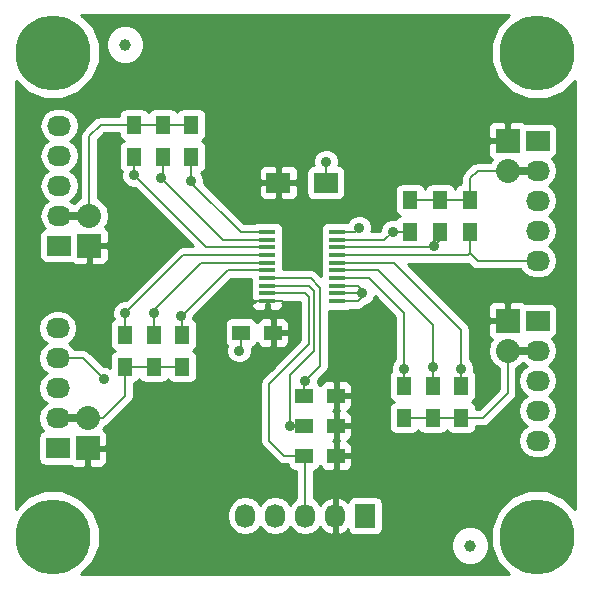
<source format=gtl>
G04 #@! TF.FileFunction,Copper,L1,Top,Signal*
%FSLAX46Y46*%
G04 Gerber Fmt 4.6, Leading zero omitted, Abs format (unit mm)*
G04 Created by KiCad (PCBNEW (after 2015-mar-04 BZR unknown)-product) date 11/26/2015 10:37:44 PM*
%MOMM*%
G01*
G04 APERTURE LIST*
%ADD10C,0.150000*%
%ADD11C,1.000000*%
%ADD12R,1.500000X1.300000*%
%ADD13R,1.300000X1.500000*%
%ADD14C,6.350000*%
%ADD15R,2.032000X1.727200*%
%ADD16O,2.032000X1.727200*%
%ADD17R,1.727200X2.032000*%
%ADD18O,1.727200X2.032000*%
%ADD19R,1.450000X0.450000*%
%ADD20R,2.032000X2.032000*%
%ADD21O,2.032000X2.032000*%
%ADD22R,2.000000X1.700000*%
%ADD23C,0.889000*%
%ADD24C,0.203200*%
%ADD25C,0.635000*%
%ADD26C,0.254000*%
G04 APERTURE END LIST*
D10*
D11*
X194310000Y-125730000D03*
X165100000Y-83312000D03*
D12*
X182960000Y-113030000D03*
X180260000Y-113030000D03*
X182960000Y-115570000D03*
X180260000Y-115570000D03*
X182960000Y-118110000D03*
X180260000Y-118110000D03*
D13*
X188722000Y-114888000D03*
X188722000Y-112188000D03*
X194310000Y-96440000D03*
X194310000Y-99140000D03*
X170688000Y-90090000D03*
X170688000Y-92790000D03*
X165100000Y-110570000D03*
X165100000Y-107870000D03*
X193548000Y-114888000D03*
X193548000Y-112188000D03*
X189230000Y-96440000D03*
X189230000Y-99140000D03*
X165862000Y-90090000D03*
X165862000Y-92790000D03*
X169926000Y-110570000D03*
X169926000Y-107870000D03*
X191135000Y-114888000D03*
X191135000Y-112188000D03*
D14*
X159000000Y-84000000D03*
X200000000Y-84000000D03*
X159000000Y-125000000D03*
X200000000Y-125000000D03*
D15*
X200025000Y-106680000D03*
D16*
X200025000Y-109220000D03*
X200025000Y-111760000D03*
X200025000Y-114300000D03*
X200025000Y-116840000D03*
D15*
X200025000Y-91440000D03*
D16*
X200025000Y-93980000D03*
X200025000Y-96520000D03*
X200025000Y-99060000D03*
X200025000Y-101600000D03*
D15*
X159512000Y-100330000D03*
D16*
X159512000Y-97790000D03*
X159512000Y-95250000D03*
X159512000Y-92710000D03*
X159512000Y-90170000D03*
D15*
X159385000Y-117475000D03*
D16*
X159385000Y-114935000D03*
X159385000Y-112395000D03*
X159385000Y-109855000D03*
X159385000Y-107315000D03*
D13*
X191770000Y-96440000D03*
X191770000Y-99140000D03*
X168275000Y-90090000D03*
X168275000Y-92790000D03*
X167513000Y-110570000D03*
X167513000Y-107870000D03*
D17*
X185420000Y-123190000D03*
D18*
X182880000Y-123190000D03*
X180340000Y-123190000D03*
X177800000Y-123190000D03*
X175260000Y-123190000D03*
D19*
X183036000Y-105033000D03*
X183036000Y-104383000D03*
X183036000Y-103733000D03*
X183036000Y-103083000D03*
X183036000Y-102433000D03*
X183036000Y-101783000D03*
X183036000Y-101133000D03*
X183036000Y-100483000D03*
X183036000Y-99833000D03*
X183036000Y-99183000D03*
X177136000Y-99183000D03*
X177136000Y-99833000D03*
X177136000Y-100483000D03*
X177136000Y-101133000D03*
X177136000Y-101783000D03*
X177136000Y-102433000D03*
X177136000Y-103083000D03*
X177136000Y-103733000D03*
X177136000Y-104383000D03*
X177136000Y-105033000D03*
D20*
X197485000Y-106680000D03*
D21*
X197485000Y-109220000D03*
D20*
X197485000Y-91440000D03*
D21*
X197485000Y-93980000D03*
D20*
X162052000Y-100330000D03*
D21*
X162052000Y-97790000D03*
D20*
X161925000Y-117475000D03*
D21*
X161925000Y-114935000D03*
D12*
X177626000Y-107696000D03*
X174926000Y-107696000D03*
D22*
X178086000Y-94996000D03*
X182086000Y-94996000D03*
D23*
X182118000Y-93218000D03*
X174752000Y-109220000D03*
X185155000Y-104383000D03*
X184912000Y-98806000D03*
X180340000Y-111760000D03*
X188722000Y-110744000D03*
X170688000Y-94869000D03*
X165100000Y-106045000D03*
X179070000Y-115570000D03*
X191135000Y-110617000D03*
X193548000Y-110744000D03*
X191262000Y-100330000D03*
X187753000Y-99140000D03*
X168148000Y-94615000D03*
X165862000Y-94361000D03*
X167513000Y-106045000D03*
X163322000Y-111633000D03*
X169799000Y-106299000D03*
D24*
X193548000Y-114888000D02*
X195373000Y-114888000D01*
X197485000Y-112776000D02*
X197485000Y-109220000D01*
X195373000Y-114888000D02*
X197485000Y-112776000D01*
X193548000Y-114888000D02*
X191135000Y-114888000D01*
X188722000Y-114888000D02*
X191135000Y-114888000D01*
X197485000Y-109220000D02*
X196723000Y-109220000D01*
D25*
X197485000Y-109220000D02*
X200025000Y-109220000D01*
D24*
X189230000Y-96440000D02*
X191770000Y-96440000D01*
X191770000Y-96440000D02*
X194310000Y-96440000D01*
X197485000Y-93980000D02*
X194945000Y-93980000D01*
X194310000Y-94615000D02*
X194310000Y-96440000D01*
X194945000Y-93980000D02*
X194310000Y-94615000D01*
D25*
X197485000Y-93980000D02*
X200025000Y-93980000D01*
D24*
X162052000Y-97790000D02*
X162052000Y-91059000D01*
X163021000Y-90090000D02*
X165862000Y-90090000D01*
X162052000Y-91059000D02*
X163021000Y-90090000D01*
X168275000Y-90090000D02*
X170688000Y-90090000D01*
X165862000Y-90090000D02*
X168275000Y-90090000D01*
D25*
X159512000Y-97790000D02*
X162052000Y-97790000D01*
D24*
X167513000Y-110570000D02*
X169926000Y-110570000D01*
X165100000Y-110570000D02*
X167513000Y-110570000D01*
X161925000Y-114935000D02*
X163195000Y-114935000D01*
X165100000Y-113030000D02*
X165100000Y-110570000D01*
X163195000Y-114935000D02*
X165100000Y-113030000D01*
D25*
X159385000Y-114935000D02*
X161925000Y-114935000D01*
D24*
X182086000Y-94996000D02*
X182086000Y-93250000D01*
X182086000Y-93250000D02*
X182118000Y-93218000D01*
X174926000Y-107696000D02*
X174926000Y-109046000D01*
X174926000Y-109046000D02*
X174752000Y-109220000D01*
X184781000Y-105033000D02*
X185166000Y-104648000D01*
X185166000Y-104394000D02*
X185155000Y-104383000D01*
X185155000Y-104383000D02*
X183036000Y-104383000D01*
X183036000Y-105033000D02*
X184781000Y-105033000D01*
X184811000Y-103733000D02*
X185155000Y-104077000D01*
X185155000Y-104077000D02*
X185155000Y-104383000D01*
X183036000Y-103733000D02*
X184811000Y-103733000D01*
X185166000Y-104394000D02*
X185155000Y-104383000D01*
X185166000Y-104648000D02*
X185166000Y-104394000D01*
X184535000Y-99183000D02*
X184912000Y-98806000D01*
X183036000Y-99183000D02*
X184535000Y-99183000D01*
X180260000Y-113030000D02*
X180260000Y-111760000D01*
X180340000Y-111760000D02*
X180260000Y-111760000D01*
X180807000Y-103083000D02*
X181610000Y-103886000D01*
X181610000Y-103886000D02*
X181610000Y-110490000D01*
X181610000Y-110490000D02*
X180340000Y-111760000D01*
X177136000Y-103083000D02*
X180807000Y-103083000D01*
X183036000Y-103083000D02*
X185760000Y-103083000D01*
X188722000Y-106045000D02*
X188722000Y-110744000D01*
X188722000Y-110744000D02*
X188722000Y-112188000D01*
X185760000Y-103083000D02*
X188722000Y-106045000D01*
X200025000Y-101600000D02*
X194945000Y-101600000D01*
X194945000Y-101600000D02*
X194310000Y-100965000D01*
X194142000Y-101133000D02*
X194310000Y-100965000D01*
X194310000Y-100965000D02*
X194310000Y-99140000D01*
X183036000Y-101133000D02*
X194142000Y-101133000D01*
X170688000Y-92790000D02*
X170688000Y-94869000D01*
X177136000Y-99183000D02*
X174875000Y-99183000D01*
X170688000Y-94996000D02*
X170688000Y-92790000D01*
X174875000Y-99183000D02*
X170688000Y-94996000D01*
X177136000Y-101133000D02*
X170012000Y-101133000D01*
X170012000Y-101133000D02*
X165100000Y-106045000D01*
X165100000Y-106045000D02*
X165100000Y-107870000D01*
X182960000Y-115570000D02*
X182960000Y-113030000D01*
X182960000Y-118110000D02*
X182960000Y-115570000D01*
X182880000Y-123190000D02*
X182880000Y-118190000D01*
X182880000Y-118190000D02*
X182960000Y-118110000D01*
X175899000Y-105033000D02*
X175768000Y-104902000D01*
X177136000Y-105033000D02*
X175899000Y-105033000D01*
X178439000Y-105033000D02*
X178562000Y-105156000D01*
X177136000Y-105033000D02*
X178439000Y-105033000D01*
X180340000Y-123190000D02*
X180340000Y-118190000D01*
X180340000Y-118190000D02*
X180260000Y-118110000D01*
X177292000Y-116840000D02*
X178562000Y-118110000D01*
X178562000Y-118110000D02*
X180260000Y-118110000D01*
X180329000Y-104383000D02*
X180644798Y-104698798D01*
X180644798Y-104698798D02*
X180644798Y-108661202D01*
X180644798Y-108661202D02*
X177292000Y-112014000D01*
X177292000Y-112014000D02*
X177292000Y-116840000D01*
X177136000Y-104383000D02*
X180329000Y-104383000D01*
X180260000Y-115570000D02*
X179070000Y-115570000D01*
X179070000Y-115570000D02*
X179070000Y-111252000D01*
X180695000Y-103733000D02*
X181102000Y-104140000D01*
X181102000Y-104140000D02*
X181102000Y-109220000D01*
X181102000Y-109220000D02*
X179070000Y-111252000D01*
X177136000Y-103733000D02*
X180695000Y-103733000D01*
X183036000Y-102433000D02*
X186507000Y-102433000D01*
X191135000Y-107061000D02*
X191135000Y-110617000D01*
X191135000Y-110617000D02*
X191135000Y-112188000D01*
X186507000Y-102433000D02*
X191135000Y-107061000D01*
X183036000Y-101783000D02*
X187889000Y-101783000D01*
X193548000Y-107442000D02*
X193548000Y-110744000D01*
X193548000Y-110744000D02*
X193548000Y-112188000D01*
X187889000Y-101783000D02*
X193548000Y-107442000D01*
X191770000Y-99140000D02*
X191770000Y-99822000D01*
X191770000Y-99822000D02*
X191262000Y-100330000D01*
X183036000Y-100483000D02*
X191109000Y-100483000D01*
X191109000Y-100483000D02*
X191770000Y-99822000D01*
X189230000Y-99140000D02*
X187753000Y-99140000D01*
X183036000Y-99833000D02*
X187060000Y-99833000D01*
X187060000Y-99833000D02*
X187753000Y-99140000D01*
X177136000Y-99833000D02*
X173366000Y-99833000D01*
X173366000Y-99833000D02*
X168148000Y-94615000D01*
X168275000Y-94488000D02*
X168275000Y-92790000D01*
X168148000Y-94615000D02*
X168275000Y-94488000D01*
X177136000Y-100483000D02*
X171984000Y-100483000D01*
X171984000Y-100483000D02*
X165862000Y-94361000D01*
X165862000Y-94361000D02*
X165862000Y-92790000D01*
X165782000Y-92710000D02*
X165862000Y-92790000D01*
X167513000Y-107870000D02*
X167513000Y-106045000D01*
X177136000Y-101783000D02*
X171521000Y-101783000D01*
X167513000Y-105791000D02*
X167513000Y-107870000D01*
X171521000Y-101783000D02*
X167513000Y-105791000D01*
X169926000Y-107870000D02*
X169926000Y-106426000D01*
X161544000Y-109855000D02*
X159385000Y-109855000D01*
X163322000Y-111633000D02*
X161544000Y-109855000D01*
X169926000Y-106426000D02*
X169799000Y-106299000D01*
X177136000Y-102433000D02*
X173792000Y-102433000D01*
X169926000Y-106299000D02*
X169926000Y-107870000D01*
X173792000Y-102433000D02*
X169926000Y-106299000D01*
D26*
G36*
X203174500Y-122607421D02*
X202233043Y-121664320D01*
X201708345Y-121446446D01*
X201708345Y-116840000D01*
X201594271Y-116266511D01*
X201269415Y-115780330D01*
X200954634Y-115570000D01*
X201269415Y-115359670D01*
X201594271Y-114873489D01*
X201708345Y-114300000D01*
X201594271Y-113726511D01*
X201269415Y-113240330D01*
X200954634Y-113030000D01*
X201269415Y-112819670D01*
X201594271Y-112333489D01*
X201708345Y-111760000D01*
X201594271Y-111186511D01*
X201269415Y-110700330D01*
X200954634Y-110490000D01*
X201269415Y-110279670D01*
X201594271Y-109793489D01*
X201708345Y-109220000D01*
X201594271Y-108646511D01*
X201269415Y-108160330D01*
X201253632Y-108149784D01*
X201283123Y-108144063D01*
X201495927Y-108004273D01*
X201638377Y-107793240D01*
X201688440Y-107543600D01*
X201688440Y-105816400D01*
X201641463Y-105574277D01*
X201501673Y-105361473D01*
X201290640Y-105219023D01*
X201041000Y-105168960D01*
X199009000Y-105168960D01*
X198921049Y-105186024D01*
X198860698Y-105125673D01*
X198627309Y-105029000D01*
X197770750Y-105029000D01*
X197612000Y-105187750D01*
X197612000Y-106553000D01*
X197632000Y-106553000D01*
X197632000Y-106807000D01*
X197612000Y-106807000D01*
X197612000Y-106827000D01*
X197358000Y-106827000D01*
X197358000Y-106807000D01*
X197358000Y-106553000D01*
X197358000Y-105187750D01*
X197199250Y-105029000D01*
X196342691Y-105029000D01*
X196109302Y-105125673D01*
X195930673Y-105304301D01*
X195834000Y-105537690D01*
X195834000Y-105790309D01*
X195834000Y-106394250D01*
X195992750Y-106553000D01*
X197358000Y-106553000D01*
X197358000Y-106807000D01*
X195992750Y-106807000D01*
X195834000Y-106965750D01*
X195834000Y-107569691D01*
X195834000Y-107822310D01*
X195930673Y-108055699D01*
X196109302Y-108234327D01*
X196151965Y-108251998D01*
X195927330Y-108588190D01*
X195801655Y-109220000D01*
X195927330Y-109851810D01*
X196285222Y-110387433D01*
X196748400Y-110696918D01*
X196748400Y-112470890D01*
X195067890Y-114151400D01*
X194845440Y-114151400D01*
X194845440Y-114138000D01*
X194798463Y-113895877D01*
X194658673Y-113683073D01*
X194447640Y-113540623D01*
X194438469Y-113538783D01*
X194440123Y-113538463D01*
X194652927Y-113398673D01*
X194795377Y-113187640D01*
X194845440Y-112938000D01*
X194845440Y-111438000D01*
X194798463Y-111195877D01*
X194658673Y-110983073D01*
X194626587Y-110961414D01*
X194627313Y-110959668D01*
X194627687Y-110530216D01*
X194463689Y-110133311D01*
X194284600Y-109953909D01*
X194284600Y-107442005D01*
X194284600Y-107442000D01*
X194284601Y-107442000D01*
X194237832Y-107206883D01*
X194228530Y-107160116D01*
X194228530Y-107160115D01*
X194068855Y-106921145D01*
X189017310Y-101869600D01*
X194142000Y-101869600D01*
X194167765Y-101864475D01*
X194424145Y-102120855D01*
X194663115Y-102280530D01*
X194663116Y-102280530D01*
X194945000Y-102336600D01*
X198564716Y-102336600D01*
X198780585Y-102659670D01*
X199266766Y-102984526D01*
X199840255Y-103098600D01*
X200209745Y-103098600D01*
X200783234Y-102984526D01*
X201269415Y-102659670D01*
X201594271Y-102173489D01*
X201708345Y-101600000D01*
X201594271Y-101026511D01*
X201269415Y-100540330D01*
X200954634Y-100330000D01*
X201269415Y-100119670D01*
X201594271Y-99633489D01*
X201708345Y-99060000D01*
X201594271Y-98486511D01*
X201269415Y-98000330D01*
X200954634Y-97790000D01*
X201269415Y-97579670D01*
X201594271Y-97093489D01*
X201708345Y-96520000D01*
X201594271Y-95946511D01*
X201269415Y-95460330D01*
X200954634Y-95250000D01*
X201269415Y-95039670D01*
X201594271Y-94553489D01*
X201708345Y-93980000D01*
X201594271Y-93406511D01*
X201269415Y-92920330D01*
X201253632Y-92909784D01*
X201283123Y-92904063D01*
X201495927Y-92764273D01*
X201638377Y-92553240D01*
X201688440Y-92303600D01*
X201688440Y-90576400D01*
X201641463Y-90334277D01*
X201501673Y-90121473D01*
X201290640Y-89979023D01*
X201041000Y-89928960D01*
X199009000Y-89928960D01*
X198921049Y-89946024D01*
X198860698Y-89885673D01*
X198627309Y-89789000D01*
X197770750Y-89789000D01*
X197612000Y-89947750D01*
X197612000Y-91313000D01*
X197632000Y-91313000D01*
X197632000Y-91567000D01*
X197612000Y-91567000D01*
X197612000Y-91587000D01*
X197358000Y-91587000D01*
X197358000Y-91567000D01*
X197358000Y-91313000D01*
X197358000Y-89947750D01*
X197199250Y-89789000D01*
X196342691Y-89789000D01*
X196109302Y-89885673D01*
X195930673Y-90064301D01*
X195834000Y-90297690D01*
X195834000Y-90550309D01*
X195834000Y-91154250D01*
X195992750Y-91313000D01*
X197358000Y-91313000D01*
X197358000Y-91567000D01*
X195992750Y-91567000D01*
X195834000Y-91725750D01*
X195834000Y-92329691D01*
X195834000Y-92582310D01*
X195930673Y-92815699D01*
X196109302Y-92994327D01*
X196151965Y-93011998D01*
X195997348Y-93243400D01*
X194945000Y-93243400D01*
X194663115Y-93299470D01*
X194424145Y-93459145D01*
X193789145Y-94094145D01*
X193629470Y-94333115D01*
X193573400Y-94615000D01*
X193573400Y-95059362D01*
X193417877Y-95089537D01*
X193205073Y-95229327D01*
X193062623Y-95440360D01*
X193040453Y-95550909D01*
X193020463Y-95447877D01*
X192880673Y-95235073D01*
X192669640Y-95092623D01*
X192420000Y-95042560D01*
X191120000Y-95042560D01*
X190877877Y-95089537D01*
X190665073Y-95229327D01*
X190522623Y-95440360D01*
X190500453Y-95550909D01*
X190480463Y-95447877D01*
X190340673Y-95235073D01*
X190129640Y-95092623D01*
X189880000Y-95042560D01*
X188580000Y-95042560D01*
X188337877Y-95089537D01*
X188125073Y-95229327D01*
X187982623Y-95440360D01*
X187932560Y-95690000D01*
X187932560Y-97190000D01*
X187979537Y-97432123D01*
X188119327Y-97644927D01*
X188330360Y-97787377D01*
X188339530Y-97789216D01*
X188337877Y-97789537D01*
X188125073Y-97929327D01*
X188021574Y-98082655D01*
X187968668Y-98060687D01*
X187539216Y-98060313D01*
X187142311Y-98224311D01*
X186838378Y-98527714D01*
X186673687Y-98924332D01*
X186673537Y-99096400D01*
X185960281Y-99096400D01*
X185991313Y-99021668D01*
X185991687Y-98592216D01*
X185827689Y-98195311D01*
X185524286Y-97891378D01*
X185127668Y-97726687D01*
X184698216Y-97726313D01*
X184301311Y-97890311D01*
X183997378Y-98193714D01*
X183934418Y-98345337D01*
X183761000Y-98310560D01*
X183733440Y-98310560D01*
X183733440Y-95846000D01*
X183733440Y-94146000D01*
X183686463Y-93903877D01*
X183546673Y-93691073D01*
X183335640Y-93548623D01*
X183163881Y-93514178D01*
X183197313Y-93433668D01*
X183197687Y-93004216D01*
X183033689Y-92607311D01*
X182730286Y-92303378D01*
X182333668Y-92138687D01*
X181904216Y-92138313D01*
X181507311Y-92302311D01*
X181203378Y-92605714D01*
X181038687Y-93002332D01*
X181038313Y-93431784D01*
X181067395Y-93502169D01*
X180843877Y-93545537D01*
X180631073Y-93685327D01*
X180488623Y-93896360D01*
X180438560Y-94146000D01*
X180438560Y-95846000D01*
X180485537Y-96088123D01*
X180625327Y-96300927D01*
X180836360Y-96443377D01*
X181086000Y-96493440D01*
X183086000Y-96493440D01*
X183328123Y-96446463D01*
X183540927Y-96306673D01*
X183683377Y-96095640D01*
X183733440Y-95846000D01*
X183733440Y-98310560D01*
X182311000Y-98310560D01*
X182068877Y-98357537D01*
X181856073Y-98497327D01*
X181713623Y-98708360D01*
X181663560Y-98958000D01*
X181663560Y-99408000D01*
X181683282Y-99509652D01*
X181663560Y-99608000D01*
X181663560Y-100058000D01*
X181683282Y-100159652D01*
X181663560Y-100258000D01*
X181663560Y-100708000D01*
X181683282Y-100809652D01*
X181663560Y-100908000D01*
X181663560Y-101358000D01*
X181683282Y-101459652D01*
X181663560Y-101558000D01*
X181663560Y-102008000D01*
X181683282Y-102109652D01*
X181663560Y-102208000D01*
X181663560Y-102658000D01*
X181683282Y-102759652D01*
X181663560Y-102858000D01*
X181663560Y-102897850D01*
X181327855Y-102562145D01*
X181088885Y-102402470D01*
X180807000Y-102346400D01*
X179721000Y-102346400D01*
X179721000Y-95972310D01*
X179721000Y-95719691D01*
X179721000Y-95281750D01*
X179721000Y-94710250D01*
X179721000Y-94272309D01*
X179721000Y-94019690D01*
X179624327Y-93786301D01*
X179445698Y-93607673D01*
X179212309Y-93511000D01*
X178371750Y-93511000D01*
X178213000Y-93669750D01*
X178213000Y-94869000D01*
X179562250Y-94869000D01*
X179721000Y-94710250D01*
X179721000Y-95281750D01*
X179562250Y-95123000D01*
X178213000Y-95123000D01*
X178213000Y-96322250D01*
X178371750Y-96481000D01*
X179212309Y-96481000D01*
X179445698Y-96384327D01*
X179624327Y-96205699D01*
X179721000Y-95972310D01*
X179721000Y-102346400D01*
X178508440Y-102346400D01*
X178508440Y-102208000D01*
X178488717Y-102106347D01*
X178508440Y-102008000D01*
X178508440Y-101558000D01*
X178488717Y-101456347D01*
X178508440Y-101358000D01*
X178508440Y-100908000D01*
X178488717Y-100806347D01*
X178508440Y-100708000D01*
X178508440Y-100258000D01*
X178488717Y-100156347D01*
X178508440Y-100058000D01*
X178508440Y-99608000D01*
X178488717Y-99506347D01*
X178508440Y-99408000D01*
X178508440Y-98958000D01*
X178461463Y-98715877D01*
X178321673Y-98503073D01*
X178110640Y-98360623D01*
X177959000Y-98330212D01*
X177959000Y-96322250D01*
X177959000Y-95123000D01*
X177959000Y-94869000D01*
X177959000Y-93669750D01*
X177800250Y-93511000D01*
X176959691Y-93511000D01*
X176726302Y-93607673D01*
X176547673Y-93786301D01*
X176451000Y-94019690D01*
X176451000Y-94272309D01*
X176451000Y-94710250D01*
X176609750Y-94869000D01*
X177959000Y-94869000D01*
X177959000Y-95123000D01*
X176609750Y-95123000D01*
X176451000Y-95281750D01*
X176451000Y-95719691D01*
X176451000Y-95972310D01*
X176547673Y-96205699D01*
X176726302Y-96384327D01*
X176959691Y-96481000D01*
X177800250Y-96481000D01*
X177959000Y-96322250D01*
X177959000Y-98330212D01*
X177861000Y-98310560D01*
X176411000Y-98310560D01*
X176168877Y-98357537D01*
X176033599Y-98446400D01*
X175180109Y-98446400D01*
X171767357Y-95033647D01*
X171767687Y-94655216D01*
X171603689Y-94258311D01*
X171501311Y-94155754D01*
X171580123Y-94140463D01*
X171792927Y-94000673D01*
X171935377Y-93789640D01*
X171985440Y-93540000D01*
X171985440Y-92040000D01*
X171938463Y-91797877D01*
X171798673Y-91585073D01*
X171587640Y-91442623D01*
X171578469Y-91440783D01*
X171580123Y-91440463D01*
X171792927Y-91300673D01*
X171935377Y-91089640D01*
X171985440Y-90840000D01*
X171985440Y-89340000D01*
X171938463Y-89097877D01*
X171798673Y-88885073D01*
X171587640Y-88742623D01*
X171338000Y-88692560D01*
X170038000Y-88692560D01*
X169795877Y-88739537D01*
X169583073Y-88879327D01*
X169481117Y-89030369D01*
X169385673Y-88885073D01*
X169174640Y-88742623D01*
X168925000Y-88692560D01*
X167625000Y-88692560D01*
X167382877Y-88739537D01*
X167170073Y-88879327D01*
X167068117Y-89030369D01*
X166972673Y-88885073D01*
X166761640Y-88742623D01*
X166727282Y-88735732D01*
X166727282Y-82989789D01*
X166480108Y-82391582D01*
X166022825Y-81933501D01*
X165425050Y-81685283D01*
X164777789Y-81684718D01*
X164179582Y-81931892D01*
X163721501Y-82389175D01*
X163473283Y-82986950D01*
X163472718Y-83634211D01*
X163719892Y-84232418D01*
X164177175Y-84690499D01*
X164774950Y-84938717D01*
X165422211Y-84939282D01*
X166020418Y-84692108D01*
X166478499Y-84234825D01*
X166726717Y-83637050D01*
X166727282Y-82989789D01*
X166727282Y-88735732D01*
X166512000Y-88692560D01*
X165212000Y-88692560D01*
X164969877Y-88739537D01*
X164757073Y-88879327D01*
X164614623Y-89090360D01*
X164564560Y-89340000D01*
X164564560Y-89353400D01*
X163021000Y-89353400D01*
X162739115Y-89409470D01*
X162500145Y-89569145D01*
X161531145Y-90538145D01*
X161371470Y-90777115D01*
X161315400Y-91059000D01*
X161315400Y-96313081D01*
X160852222Y-96622567D01*
X160768316Y-96748141D01*
X160756415Y-96730330D01*
X160441634Y-96520000D01*
X160756415Y-96309670D01*
X161081271Y-95823489D01*
X161195345Y-95250000D01*
X161081271Y-94676511D01*
X160756415Y-94190330D01*
X160441634Y-93980000D01*
X160756415Y-93769670D01*
X161081271Y-93283489D01*
X161195345Y-92710000D01*
X161081271Y-92136511D01*
X160756415Y-91650330D01*
X160441634Y-91440000D01*
X160756415Y-91229670D01*
X161081271Y-90743489D01*
X161195345Y-90170000D01*
X161081271Y-89596511D01*
X160756415Y-89110330D01*
X160270234Y-88785474D01*
X159696745Y-88671400D01*
X159327255Y-88671400D01*
X158753766Y-88785474D01*
X158267585Y-89110330D01*
X157942729Y-89596511D01*
X157828655Y-90170000D01*
X157942729Y-90743489D01*
X158267585Y-91229670D01*
X158582365Y-91440000D01*
X158267585Y-91650330D01*
X157942729Y-92136511D01*
X157828655Y-92710000D01*
X157942729Y-93283489D01*
X158267585Y-93769670D01*
X158582365Y-93980000D01*
X158267585Y-94190330D01*
X157942729Y-94676511D01*
X157828655Y-95250000D01*
X157942729Y-95823489D01*
X158267585Y-96309670D01*
X158582365Y-96520000D01*
X158267585Y-96730330D01*
X157942729Y-97216511D01*
X157828655Y-97790000D01*
X157942729Y-98363489D01*
X158267585Y-98849670D01*
X158283367Y-98860215D01*
X158253877Y-98865937D01*
X158041073Y-99005727D01*
X157898623Y-99216760D01*
X157848560Y-99466400D01*
X157848560Y-101193600D01*
X157895537Y-101435723D01*
X158035327Y-101648527D01*
X158246360Y-101790977D01*
X158496000Y-101841040D01*
X160528000Y-101841040D01*
X160615950Y-101823975D01*
X160676302Y-101884327D01*
X160909691Y-101981000D01*
X161766250Y-101981000D01*
X161925000Y-101822250D01*
X161925000Y-100457000D01*
X161905000Y-100457000D01*
X161905000Y-100203000D01*
X161925000Y-100203000D01*
X161925000Y-100183000D01*
X162179000Y-100183000D01*
X162179000Y-100203000D01*
X163544250Y-100203000D01*
X163703000Y-100044250D01*
X163703000Y-99440309D01*
X163703000Y-99187690D01*
X163606327Y-98954301D01*
X163427698Y-98775673D01*
X163385034Y-98758001D01*
X163609670Y-98421810D01*
X163735345Y-97790000D01*
X163609670Y-97158190D01*
X163251778Y-96622567D01*
X162788600Y-96313081D01*
X162788600Y-91364110D01*
X163326110Y-90826600D01*
X164564560Y-90826600D01*
X164564560Y-90840000D01*
X164611537Y-91082123D01*
X164751327Y-91294927D01*
X164962360Y-91437377D01*
X164971530Y-91439216D01*
X164969877Y-91439537D01*
X164757073Y-91579327D01*
X164614623Y-91790360D01*
X164564560Y-92040000D01*
X164564560Y-93540000D01*
X164611537Y-93782123D01*
X164751327Y-93994927D01*
X164824602Y-94044388D01*
X164782687Y-94145332D01*
X164782313Y-94574784D01*
X164946311Y-94971689D01*
X165249714Y-95275622D01*
X165646332Y-95440313D01*
X165899823Y-95440533D01*
X170855689Y-100396400D01*
X170012000Y-100396400D01*
X169730115Y-100452470D01*
X169491145Y-100612145D01*
X165137757Y-104965532D01*
X164886216Y-104965313D01*
X164489311Y-105129311D01*
X164185378Y-105432714D01*
X164020687Y-105829332D01*
X164020313Y-106258784D01*
X164145094Y-106560778D01*
X163995073Y-106659327D01*
X163852623Y-106870360D01*
X163802560Y-107120000D01*
X163802560Y-108620000D01*
X163849537Y-108862123D01*
X163989327Y-109074927D01*
X164200360Y-109217377D01*
X164209530Y-109219216D01*
X164207877Y-109219537D01*
X163995073Y-109359327D01*
X163852623Y-109570360D01*
X163802560Y-109820000D01*
X163802560Y-110663680D01*
X163703000Y-110622338D01*
X163703000Y-101472310D01*
X163703000Y-101219691D01*
X163703000Y-100615750D01*
X163544250Y-100457000D01*
X162179000Y-100457000D01*
X162179000Y-101822250D01*
X162337750Y-101981000D01*
X163194309Y-101981000D01*
X163427698Y-101884327D01*
X163606327Y-101705699D01*
X163703000Y-101472310D01*
X163703000Y-110622338D01*
X163537668Y-110553687D01*
X163284176Y-110553466D01*
X162064855Y-109334145D01*
X161825885Y-109174470D01*
X161544000Y-109118400D01*
X160845283Y-109118400D01*
X160629415Y-108795330D01*
X160314634Y-108585000D01*
X160629415Y-108374670D01*
X160954271Y-107888489D01*
X161068345Y-107315000D01*
X160954271Y-106741511D01*
X160629415Y-106255330D01*
X160143234Y-105930474D01*
X159569745Y-105816400D01*
X159200255Y-105816400D01*
X158626766Y-105930474D01*
X158140585Y-106255330D01*
X157815729Y-106741511D01*
X157701655Y-107315000D01*
X157815729Y-107888489D01*
X158140585Y-108374670D01*
X158455365Y-108585000D01*
X158140585Y-108795330D01*
X157815729Y-109281511D01*
X157701655Y-109855000D01*
X157815729Y-110428489D01*
X158140585Y-110914670D01*
X158455365Y-111125000D01*
X158140585Y-111335330D01*
X157815729Y-111821511D01*
X157701655Y-112395000D01*
X157815729Y-112968489D01*
X158140585Y-113454670D01*
X158455365Y-113665000D01*
X158140585Y-113875330D01*
X157815729Y-114361511D01*
X157701655Y-114935000D01*
X157815729Y-115508489D01*
X158140585Y-115994670D01*
X158156367Y-116005215D01*
X158126877Y-116010937D01*
X157914073Y-116150727D01*
X157771623Y-116361760D01*
X157721560Y-116611400D01*
X157721560Y-118338600D01*
X157768537Y-118580723D01*
X157908327Y-118793527D01*
X158119360Y-118935977D01*
X158369000Y-118986040D01*
X160401000Y-118986040D01*
X160488950Y-118968975D01*
X160549302Y-119029327D01*
X160782691Y-119126000D01*
X161639250Y-119126000D01*
X161798000Y-118967250D01*
X161798000Y-117602000D01*
X161778000Y-117602000D01*
X161778000Y-117348000D01*
X161798000Y-117348000D01*
X161798000Y-117328000D01*
X162052000Y-117328000D01*
X162052000Y-117348000D01*
X163417250Y-117348000D01*
X163576000Y-117189250D01*
X163576000Y-116585309D01*
X163576000Y-116332690D01*
X163479327Y-116099301D01*
X163300698Y-115920673D01*
X163258034Y-115903001D01*
X163446013Y-115621670D01*
X163476885Y-115615530D01*
X163715855Y-115455855D01*
X165620855Y-113550855D01*
X165780530Y-113311885D01*
X165780530Y-113311884D01*
X165836600Y-113030000D01*
X165836600Y-111950637D01*
X165992123Y-111920463D01*
X166204927Y-111780673D01*
X166306882Y-111629630D01*
X166402327Y-111774927D01*
X166613360Y-111917377D01*
X166863000Y-111967440D01*
X168163000Y-111967440D01*
X168405123Y-111920463D01*
X168617927Y-111780673D01*
X168719882Y-111629630D01*
X168815327Y-111774927D01*
X169026360Y-111917377D01*
X169276000Y-111967440D01*
X170576000Y-111967440D01*
X170818123Y-111920463D01*
X171030927Y-111780673D01*
X171173377Y-111569640D01*
X171223440Y-111320000D01*
X171223440Y-109820000D01*
X171176463Y-109577877D01*
X171036673Y-109365073D01*
X170825640Y-109222623D01*
X170816469Y-109220783D01*
X170818123Y-109220463D01*
X171030927Y-109080673D01*
X171173377Y-108869640D01*
X171223440Y-108620000D01*
X171223440Y-107120000D01*
X171176463Y-106877877D01*
X171036673Y-106665073D01*
X170864201Y-106548652D01*
X170878313Y-106514668D01*
X170878423Y-106388286D01*
X174097110Y-103169600D01*
X175763560Y-103169600D01*
X175763560Y-103308000D01*
X175783282Y-103409652D01*
X175763560Y-103508000D01*
X175763560Y-103958000D01*
X175783282Y-104059652D01*
X175763560Y-104158000D01*
X175763560Y-104608000D01*
X175777264Y-104678636D01*
X175776000Y-104681690D01*
X175776000Y-104761750D01*
X175797577Y-104783327D01*
X175810537Y-104850123D01*
X175950327Y-105062927D01*
X176072655Y-105145500D01*
X175934750Y-105145500D01*
X175776000Y-105304250D01*
X175776000Y-105384310D01*
X175872673Y-105617699D01*
X176051302Y-105796327D01*
X176284691Y-105893000D01*
X176850250Y-105893000D01*
X177009000Y-105734250D01*
X177009000Y-105255440D01*
X177263000Y-105255440D01*
X177263000Y-105734250D01*
X177421750Y-105893000D01*
X177987309Y-105893000D01*
X178220698Y-105796327D01*
X178399327Y-105617699D01*
X178496000Y-105384310D01*
X178496000Y-105304250D01*
X178351752Y-105160002D01*
X178496000Y-105160002D01*
X178496000Y-105119600D01*
X179908198Y-105119600D01*
X179908198Y-108356092D01*
X179011000Y-109253290D01*
X179011000Y-108472310D01*
X179011000Y-108219691D01*
X179011000Y-107981750D01*
X179011000Y-107410250D01*
X179011000Y-107172309D01*
X179011000Y-106919690D01*
X178914327Y-106686301D01*
X178735698Y-106507673D01*
X178502309Y-106411000D01*
X177911750Y-106411000D01*
X177753000Y-106569750D01*
X177753000Y-107569000D01*
X178852250Y-107569000D01*
X179011000Y-107410250D01*
X179011000Y-107981750D01*
X178852250Y-107823000D01*
X177753000Y-107823000D01*
X177753000Y-108822250D01*
X177911750Y-108981000D01*
X178502309Y-108981000D01*
X178735698Y-108884327D01*
X178914327Y-108705699D01*
X179011000Y-108472310D01*
X179011000Y-109253290D01*
X177499000Y-110765290D01*
X177499000Y-108822250D01*
X177499000Y-107823000D01*
X177479000Y-107823000D01*
X177479000Y-107569000D01*
X177499000Y-107569000D01*
X177499000Y-106569750D01*
X177340250Y-106411000D01*
X176749691Y-106411000D01*
X176516302Y-106507673D01*
X176337673Y-106686301D01*
X176280453Y-106824442D01*
X176276463Y-106803877D01*
X176136673Y-106591073D01*
X175925640Y-106448623D01*
X175676000Y-106398560D01*
X174176000Y-106398560D01*
X173933877Y-106445537D01*
X173721073Y-106585327D01*
X173578623Y-106796360D01*
X173528560Y-107046000D01*
X173528560Y-108346000D01*
X173575537Y-108588123D01*
X173715327Y-108800927D01*
X173747992Y-108822976D01*
X173672687Y-109004332D01*
X173672313Y-109433784D01*
X173836311Y-109830689D01*
X174139714Y-110134622D01*
X174536332Y-110299313D01*
X174965784Y-110299687D01*
X175362689Y-110135689D01*
X175666622Y-109832286D01*
X175831313Y-109435668D01*
X175831687Y-109006216D01*
X175815245Y-108966423D01*
X175918123Y-108946463D01*
X176130927Y-108806673D01*
X176273377Y-108595640D01*
X176279479Y-108565208D01*
X176337673Y-108705699D01*
X176516302Y-108884327D01*
X176749691Y-108981000D01*
X177340250Y-108981000D01*
X177499000Y-108822250D01*
X177499000Y-110765290D01*
X176771145Y-111493145D01*
X176611470Y-111732115D01*
X176555400Y-112014000D01*
X176555400Y-116840000D01*
X176611470Y-117121885D01*
X176771145Y-117360855D01*
X178041145Y-118630855D01*
X178280115Y-118790530D01*
X178562000Y-118846600D01*
X178879362Y-118846600D01*
X178909537Y-119002123D01*
X179049327Y-119214927D01*
X179260360Y-119357377D01*
X179510000Y-119407440D01*
X179603400Y-119407440D01*
X179603400Y-121729716D01*
X179280330Y-121945585D01*
X179070000Y-122260365D01*
X178859670Y-121945585D01*
X178373489Y-121620729D01*
X177800000Y-121506655D01*
X177226511Y-121620729D01*
X176740330Y-121945585D01*
X176530000Y-122260365D01*
X176319670Y-121945585D01*
X175833489Y-121620729D01*
X175260000Y-121506655D01*
X174686511Y-121620729D01*
X174200330Y-121945585D01*
X173875474Y-122431766D01*
X173761400Y-123005255D01*
X173761400Y-123374745D01*
X173875474Y-123948234D01*
X174200330Y-124434415D01*
X174686511Y-124759271D01*
X175260000Y-124873345D01*
X175833489Y-124759271D01*
X176319670Y-124434415D01*
X176530000Y-124119634D01*
X176740330Y-124434415D01*
X177226511Y-124759271D01*
X177800000Y-124873345D01*
X178373489Y-124759271D01*
X178859670Y-124434415D01*
X179070000Y-124119634D01*
X179280330Y-124434415D01*
X179766511Y-124759271D01*
X180340000Y-124873345D01*
X180913489Y-124759271D01*
X181399670Y-124434415D01*
X181606460Y-124124930D01*
X181977964Y-124540732D01*
X182505209Y-124794709D01*
X182520974Y-124797358D01*
X182753000Y-124676217D01*
X182753000Y-123317000D01*
X182733000Y-123317000D01*
X182733000Y-123063000D01*
X182753000Y-123063000D01*
X182753000Y-121703783D01*
X182520974Y-121582642D01*
X182505209Y-121585291D01*
X181977964Y-121839268D01*
X181606460Y-122255069D01*
X181399670Y-121945585D01*
X181076600Y-121729716D01*
X181076600Y-119394518D01*
X181252123Y-119360463D01*
X181464927Y-119220673D01*
X181607377Y-119009640D01*
X181613479Y-118979208D01*
X181671673Y-119119699D01*
X181850302Y-119298327D01*
X182083691Y-119395000D01*
X182674250Y-119395000D01*
X182833000Y-119236250D01*
X182833000Y-118237000D01*
X182813000Y-118237000D01*
X182813000Y-117983000D01*
X182833000Y-117983000D01*
X182833000Y-116983750D01*
X182689250Y-116840000D01*
X182833000Y-116696250D01*
X182833000Y-115697000D01*
X182813000Y-115697000D01*
X182813000Y-115443000D01*
X182833000Y-115443000D01*
X182833000Y-114443750D01*
X182689250Y-114300000D01*
X182833000Y-114156250D01*
X182833000Y-113157000D01*
X182813000Y-113157000D01*
X182813000Y-112903000D01*
X182833000Y-112903000D01*
X182833000Y-111903750D01*
X182674250Y-111745000D01*
X182083691Y-111745000D01*
X181850302Y-111841673D01*
X181671673Y-112020301D01*
X181614453Y-112158442D01*
X181610463Y-112137877D01*
X181470673Y-111925073D01*
X181419387Y-111890454D01*
X181419533Y-111722176D01*
X182130855Y-111010855D01*
X182290530Y-110771885D01*
X182346600Y-110490000D01*
X182346600Y-105905440D01*
X183761000Y-105905440D01*
X184003123Y-105858463D01*
X184138400Y-105769600D01*
X184781000Y-105769600D01*
X185062885Y-105713530D01*
X185301855Y-105553855D01*
X185410090Y-105445619D01*
X185765689Y-105298689D01*
X186069622Y-104995286D01*
X186234208Y-104598918D01*
X187985400Y-106350110D01*
X187985400Y-109954002D01*
X187807378Y-110131714D01*
X187642687Y-110528332D01*
X187642313Y-110957784D01*
X187643275Y-110960114D01*
X187617073Y-110977327D01*
X187474623Y-111188360D01*
X187424560Y-111438000D01*
X187424560Y-112938000D01*
X187471537Y-113180123D01*
X187611327Y-113392927D01*
X187822360Y-113535377D01*
X187831530Y-113537216D01*
X187829877Y-113537537D01*
X187617073Y-113677327D01*
X187474623Y-113888360D01*
X187424560Y-114138000D01*
X187424560Y-115638000D01*
X187471537Y-115880123D01*
X187611327Y-116092927D01*
X187822360Y-116235377D01*
X188072000Y-116285440D01*
X189372000Y-116285440D01*
X189614123Y-116238463D01*
X189826927Y-116098673D01*
X189928882Y-115947630D01*
X190024327Y-116092927D01*
X190235360Y-116235377D01*
X190485000Y-116285440D01*
X191785000Y-116285440D01*
X192027123Y-116238463D01*
X192239927Y-116098673D01*
X192341882Y-115947630D01*
X192437327Y-116092927D01*
X192648360Y-116235377D01*
X192898000Y-116285440D01*
X194198000Y-116285440D01*
X194440123Y-116238463D01*
X194652927Y-116098673D01*
X194795377Y-115887640D01*
X194845440Y-115638000D01*
X194845440Y-115624600D01*
X195373000Y-115624600D01*
X195654885Y-115568530D01*
X195893855Y-115408855D01*
X198005855Y-113296855D01*
X198165530Y-113057885D01*
X198221600Y-112776000D01*
X198221600Y-110696918D01*
X198684778Y-110387433D01*
X198768683Y-110261858D01*
X198780585Y-110279670D01*
X199095365Y-110490000D01*
X198780585Y-110700330D01*
X198455729Y-111186511D01*
X198341655Y-111760000D01*
X198455729Y-112333489D01*
X198780585Y-112819670D01*
X199095365Y-113030000D01*
X198780585Y-113240330D01*
X198455729Y-113726511D01*
X198341655Y-114300000D01*
X198455729Y-114873489D01*
X198780585Y-115359670D01*
X199095365Y-115570000D01*
X198780585Y-115780330D01*
X198455729Y-116266511D01*
X198341655Y-116840000D01*
X198455729Y-117413489D01*
X198780585Y-117899670D01*
X199266766Y-118224526D01*
X199840255Y-118338600D01*
X200209745Y-118338600D01*
X200783234Y-118224526D01*
X201269415Y-117899670D01*
X201594271Y-117413489D01*
X201708345Y-116840000D01*
X201708345Y-121446446D01*
X200786553Y-121063685D01*
X199220318Y-121062318D01*
X197772782Y-121660428D01*
X196664320Y-122766957D01*
X196063685Y-124213447D01*
X196062318Y-125779682D01*
X196660428Y-127227218D01*
X197606058Y-128174500D01*
X195937282Y-128174500D01*
X195937282Y-125407789D01*
X195690108Y-124809582D01*
X195232825Y-124351501D01*
X194635050Y-124103283D01*
X193987789Y-124102718D01*
X193389582Y-124349892D01*
X192931501Y-124807175D01*
X192683283Y-125404950D01*
X192682718Y-126052211D01*
X192929892Y-126650418D01*
X193387175Y-127108499D01*
X193984950Y-127356717D01*
X194632211Y-127357282D01*
X195230418Y-127110108D01*
X195688499Y-126652825D01*
X195936717Y-126055050D01*
X195937282Y-125407789D01*
X195937282Y-128174500D01*
X186931040Y-128174500D01*
X186931040Y-124206000D01*
X186931040Y-122174000D01*
X186884063Y-121931877D01*
X186744273Y-121719073D01*
X186533240Y-121576623D01*
X186283600Y-121526560D01*
X184556400Y-121526560D01*
X184345000Y-121567576D01*
X184345000Y-118886310D01*
X184345000Y-118633691D01*
X184345000Y-118395750D01*
X184345000Y-117824250D01*
X184345000Y-117586309D01*
X184345000Y-117333690D01*
X184248327Y-117100301D01*
X184069698Y-116921673D01*
X183872522Y-116840000D01*
X184069698Y-116758327D01*
X184248327Y-116579699D01*
X184345000Y-116346310D01*
X184345000Y-116093691D01*
X184345000Y-115855750D01*
X184345000Y-115284250D01*
X184345000Y-115046309D01*
X184345000Y-114793690D01*
X184248327Y-114560301D01*
X184069698Y-114381673D01*
X183872522Y-114300000D01*
X184069698Y-114218327D01*
X184248327Y-114039699D01*
X184345000Y-113806310D01*
X184345000Y-113553691D01*
X184345000Y-113315750D01*
X184345000Y-112744250D01*
X184345000Y-112506309D01*
X184345000Y-112253690D01*
X184248327Y-112020301D01*
X184069698Y-111841673D01*
X183836309Y-111745000D01*
X183245750Y-111745000D01*
X183087000Y-111903750D01*
X183087000Y-112903000D01*
X184186250Y-112903000D01*
X184345000Y-112744250D01*
X184345000Y-113315750D01*
X184186250Y-113157000D01*
X183087000Y-113157000D01*
X183087000Y-114156250D01*
X183230750Y-114300000D01*
X183087000Y-114443750D01*
X183087000Y-115443000D01*
X184186250Y-115443000D01*
X184345000Y-115284250D01*
X184345000Y-115855750D01*
X184186250Y-115697000D01*
X183087000Y-115697000D01*
X183087000Y-116696250D01*
X183230750Y-116840000D01*
X183087000Y-116983750D01*
X183087000Y-117983000D01*
X184186250Y-117983000D01*
X184345000Y-117824250D01*
X184345000Y-118395750D01*
X184186250Y-118237000D01*
X183087000Y-118237000D01*
X183087000Y-119236250D01*
X183245750Y-119395000D01*
X183836309Y-119395000D01*
X184069698Y-119298327D01*
X184248327Y-119119699D01*
X184345000Y-118886310D01*
X184345000Y-121567576D01*
X184314277Y-121573537D01*
X184101473Y-121713327D01*
X183959023Y-121924360D01*
X183940516Y-122016645D01*
X183782036Y-121839268D01*
X183254791Y-121585291D01*
X183239026Y-121582642D01*
X183007000Y-121703783D01*
X183007000Y-123063000D01*
X183027000Y-123063000D01*
X183027000Y-123317000D01*
X183007000Y-123317000D01*
X183007000Y-124676217D01*
X183239026Y-124797358D01*
X183254791Y-124794709D01*
X183782036Y-124540732D01*
X183939673Y-124364298D01*
X183955937Y-124448123D01*
X184095727Y-124660927D01*
X184306760Y-124803377D01*
X184556400Y-124853440D01*
X186283600Y-124853440D01*
X186525723Y-124806463D01*
X186738527Y-124666673D01*
X186880977Y-124455640D01*
X186931040Y-124206000D01*
X186931040Y-128174500D01*
X163576000Y-128174500D01*
X163576000Y-118617310D01*
X163576000Y-118364691D01*
X163576000Y-117760750D01*
X163417250Y-117602000D01*
X162052000Y-117602000D01*
X162052000Y-118967250D01*
X162210750Y-119126000D01*
X163067309Y-119126000D01*
X163300698Y-119029327D01*
X163479327Y-118850699D01*
X163576000Y-118617310D01*
X163576000Y-128174500D01*
X161392578Y-128174500D01*
X162335680Y-127233043D01*
X162936315Y-125786553D01*
X162937682Y-124220318D01*
X162339572Y-122772782D01*
X161233043Y-121664320D01*
X159786553Y-121063685D01*
X158220318Y-121062318D01*
X156772782Y-121660428D01*
X155825500Y-122606058D01*
X155825500Y-86392578D01*
X156766957Y-87335680D01*
X158213447Y-87936315D01*
X159779682Y-87937682D01*
X161227218Y-87339572D01*
X162335680Y-86233043D01*
X162936315Y-84786553D01*
X162937682Y-83220318D01*
X162339572Y-81772782D01*
X161393941Y-80825500D01*
X197607421Y-80825500D01*
X196664320Y-81766957D01*
X196063685Y-83213447D01*
X196062318Y-84779682D01*
X196660428Y-86227218D01*
X197766957Y-87335680D01*
X199213447Y-87936315D01*
X200779682Y-87937682D01*
X202227218Y-87339572D01*
X203174500Y-86393941D01*
X203174500Y-122607421D01*
X203174500Y-122607421D01*
G37*
X203174500Y-122607421D02*
X202233043Y-121664320D01*
X201708345Y-121446446D01*
X201708345Y-116840000D01*
X201594271Y-116266511D01*
X201269415Y-115780330D01*
X200954634Y-115570000D01*
X201269415Y-115359670D01*
X201594271Y-114873489D01*
X201708345Y-114300000D01*
X201594271Y-113726511D01*
X201269415Y-113240330D01*
X200954634Y-113030000D01*
X201269415Y-112819670D01*
X201594271Y-112333489D01*
X201708345Y-111760000D01*
X201594271Y-111186511D01*
X201269415Y-110700330D01*
X200954634Y-110490000D01*
X201269415Y-110279670D01*
X201594271Y-109793489D01*
X201708345Y-109220000D01*
X201594271Y-108646511D01*
X201269415Y-108160330D01*
X201253632Y-108149784D01*
X201283123Y-108144063D01*
X201495927Y-108004273D01*
X201638377Y-107793240D01*
X201688440Y-107543600D01*
X201688440Y-105816400D01*
X201641463Y-105574277D01*
X201501673Y-105361473D01*
X201290640Y-105219023D01*
X201041000Y-105168960D01*
X199009000Y-105168960D01*
X198921049Y-105186024D01*
X198860698Y-105125673D01*
X198627309Y-105029000D01*
X197770750Y-105029000D01*
X197612000Y-105187750D01*
X197612000Y-106553000D01*
X197632000Y-106553000D01*
X197632000Y-106807000D01*
X197612000Y-106807000D01*
X197612000Y-106827000D01*
X197358000Y-106827000D01*
X197358000Y-106807000D01*
X197358000Y-106553000D01*
X197358000Y-105187750D01*
X197199250Y-105029000D01*
X196342691Y-105029000D01*
X196109302Y-105125673D01*
X195930673Y-105304301D01*
X195834000Y-105537690D01*
X195834000Y-105790309D01*
X195834000Y-106394250D01*
X195992750Y-106553000D01*
X197358000Y-106553000D01*
X197358000Y-106807000D01*
X195992750Y-106807000D01*
X195834000Y-106965750D01*
X195834000Y-107569691D01*
X195834000Y-107822310D01*
X195930673Y-108055699D01*
X196109302Y-108234327D01*
X196151965Y-108251998D01*
X195927330Y-108588190D01*
X195801655Y-109220000D01*
X195927330Y-109851810D01*
X196285222Y-110387433D01*
X196748400Y-110696918D01*
X196748400Y-112470890D01*
X195067890Y-114151400D01*
X194845440Y-114151400D01*
X194845440Y-114138000D01*
X194798463Y-113895877D01*
X194658673Y-113683073D01*
X194447640Y-113540623D01*
X194438469Y-113538783D01*
X194440123Y-113538463D01*
X194652927Y-113398673D01*
X194795377Y-113187640D01*
X194845440Y-112938000D01*
X194845440Y-111438000D01*
X194798463Y-111195877D01*
X194658673Y-110983073D01*
X194626587Y-110961414D01*
X194627313Y-110959668D01*
X194627687Y-110530216D01*
X194463689Y-110133311D01*
X194284600Y-109953909D01*
X194284600Y-107442005D01*
X194284600Y-107442000D01*
X194284601Y-107442000D01*
X194237832Y-107206883D01*
X194228530Y-107160116D01*
X194228530Y-107160115D01*
X194068855Y-106921145D01*
X189017310Y-101869600D01*
X194142000Y-101869600D01*
X194167765Y-101864475D01*
X194424145Y-102120855D01*
X194663115Y-102280530D01*
X194663116Y-102280530D01*
X194945000Y-102336600D01*
X198564716Y-102336600D01*
X198780585Y-102659670D01*
X199266766Y-102984526D01*
X199840255Y-103098600D01*
X200209745Y-103098600D01*
X200783234Y-102984526D01*
X201269415Y-102659670D01*
X201594271Y-102173489D01*
X201708345Y-101600000D01*
X201594271Y-101026511D01*
X201269415Y-100540330D01*
X200954634Y-100330000D01*
X201269415Y-100119670D01*
X201594271Y-99633489D01*
X201708345Y-99060000D01*
X201594271Y-98486511D01*
X201269415Y-98000330D01*
X200954634Y-97790000D01*
X201269415Y-97579670D01*
X201594271Y-97093489D01*
X201708345Y-96520000D01*
X201594271Y-95946511D01*
X201269415Y-95460330D01*
X200954634Y-95250000D01*
X201269415Y-95039670D01*
X201594271Y-94553489D01*
X201708345Y-93980000D01*
X201594271Y-93406511D01*
X201269415Y-92920330D01*
X201253632Y-92909784D01*
X201283123Y-92904063D01*
X201495927Y-92764273D01*
X201638377Y-92553240D01*
X201688440Y-92303600D01*
X201688440Y-90576400D01*
X201641463Y-90334277D01*
X201501673Y-90121473D01*
X201290640Y-89979023D01*
X201041000Y-89928960D01*
X199009000Y-89928960D01*
X198921049Y-89946024D01*
X198860698Y-89885673D01*
X198627309Y-89789000D01*
X197770750Y-89789000D01*
X197612000Y-89947750D01*
X197612000Y-91313000D01*
X197632000Y-91313000D01*
X197632000Y-91567000D01*
X197612000Y-91567000D01*
X197612000Y-91587000D01*
X197358000Y-91587000D01*
X197358000Y-91567000D01*
X197358000Y-91313000D01*
X197358000Y-89947750D01*
X197199250Y-89789000D01*
X196342691Y-89789000D01*
X196109302Y-89885673D01*
X195930673Y-90064301D01*
X195834000Y-90297690D01*
X195834000Y-90550309D01*
X195834000Y-91154250D01*
X195992750Y-91313000D01*
X197358000Y-91313000D01*
X197358000Y-91567000D01*
X195992750Y-91567000D01*
X195834000Y-91725750D01*
X195834000Y-92329691D01*
X195834000Y-92582310D01*
X195930673Y-92815699D01*
X196109302Y-92994327D01*
X196151965Y-93011998D01*
X195997348Y-93243400D01*
X194945000Y-93243400D01*
X194663115Y-93299470D01*
X194424145Y-93459145D01*
X193789145Y-94094145D01*
X193629470Y-94333115D01*
X193573400Y-94615000D01*
X193573400Y-95059362D01*
X193417877Y-95089537D01*
X193205073Y-95229327D01*
X193062623Y-95440360D01*
X193040453Y-95550909D01*
X193020463Y-95447877D01*
X192880673Y-95235073D01*
X192669640Y-95092623D01*
X192420000Y-95042560D01*
X191120000Y-95042560D01*
X190877877Y-95089537D01*
X190665073Y-95229327D01*
X190522623Y-95440360D01*
X190500453Y-95550909D01*
X190480463Y-95447877D01*
X190340673Y-95235073D01*
X190129640Y-95092623D01*
X189880000Y-95042560D01*
X188580000Y-95042560D01*
X188337877Y-95089537D01*
X188125073Y-95229327D01*
X187982623Y-95440360D01*
X187932560Y-95690000D01*
X187932560Y-97190000D01*
X187979537Y-97432123D01*
X188119327Y-97644927D01*
X188330360Y-97787377D01*
X188339530Y-97789216D01*
X188337877Y-97789537D01*
X188125073Y-97929327D01*
X188021574Y-98082655D01*
X187968668Y-98060687D01*
X187539216Y-98060313D01*
X187142311Y-98224311D01*
X186838378Y-98527714D01*
X186673687Y-98924332D01*
X186673537Y-99096400D01*
X185960281Y-99096400D01*
X185991313Y-99021668D01*
X185991687Y-98592216D01*
X185827689Y-98195311D01*
X185524286Y-97891378D01*
X185127668Y-97726687D01*
X184698216Y-97726313D01*
X184301311Y-97890311D01*
X183997378Y-98193714D01*
X183934418Y-98345337D01*
X183761000Y-98310560D01*
X183733440Y-98310560D01*
X183733440Y-95846000D01*
X183733440Y-94146000D01*
X183686463Y-93903877D01*
X183546673Y-93691073D01*
X183335640Y-93548623D01*
X183163881Y-93514178D01*
X183197313Y-93433668D01*
X183197687Y-93004216D01*
X183033689Y-92607311D01*
X182730286Y-92303378D01*
X182333668Y-92138687D01*
X181904216Y-92138313D01*
X181507311Y-92302311D01*
X181203378Y-92605714D01*
X181038687Y-93002332D01*
X181038313Y-93431784D01*
X181067395Y-93502169D01*
X180843877Y-93545537D01*
X180631073Y-93685327D01*
X180488623Y-93896360D01*
X180438560Y-94146000D01*
X180438560Y-95846000D01*
X180485537Y-96088123D01*
X180625327Y-96300927D01*
X180836360Y-96443377D01*
X181086000Y-96493440D01*
X183086000Y-96493440D01*
X183328123Y-96446463D01*
X183540927Y-96306673D01*
X183683377Y-96095640D01*
X183733440Y-95846000D01*
X183733440Y-98310560D01*
X182311000Y-98310560D01*
X182068877Y-98357537D01*
X181856073Y-98497327D01*
X181713623Y-98708360D01*
X181663560Y-98958000D01*
X181663560Y-99408000D01*
X181683282Y-99509652D01*
X181663560Y-99608000D01*
X181663560Y-100058000D01*
X181683282Y-100159652D01*
X181663560Y-100258000D01*
X181663560Y-100708000D01*
X181683282Y-100809652D01*
X181663560Y-100908000D01*
X181663560Y-101358000D01*
X181683282Y-101459652D01*
X181663560Y-101558000D01*
X181663560Y-102008000D01*
X181683282Y-102109652D01*
X181663560Y-102208000D01*
X181663560Y-102658000D01*
X181683282Y-102759652D01*
X181663560Y-102858000D01*
X181663560Y-102897850D01*
X181327855Y-102562145D01*
X181088885Y-102402470D01*
X180807000Y-102346400D01*
X179721000Y-102346400D01*
X179721000Y-95972310D01*
X179721000Y-95719691D01*
X179721000Y-95281750D01*
X179721000Y-94710250D01*
X179721000Y-94272309D01*
X179721000Y-94019690D01*
X179624327Y-93786301D01*
X179445698Y-93607673D01*
X179212309Y-93511000D01*
X178371750Y-93511000D01*
X178213000Y-93669750D01*
X178213000Y-94869000D01*
X179562250Y-94869000D01*
X179721000Y-94710250D01*
X179721000Y-95281750D01*
X179562250Y-95123000D01*
X178213000Y-95123000D01*
X178213000Y-96322250D01*
X178371750Y-96481000D01*
X179212309Y-96481000D01*
X179445698Y-96384327D01*
X179624327Y-96205699D01*
X179721000Y-95972310D01*
X179721000Y-102346400D01*
X178508440Y-102346400D01*
X178508440Y-102208000D01*
X178488717Y-102106347D01*
X178508440Y-102008000D01*
X178508440Y-101558000D01*
X178488717Y-101456347D01*
X178508440Y-101358000D01*
X178508440Y-100908000D01*
X178488717Y-100806347D01*
X178508440Y-100708000D01*
X178508440Y-100258000D01*
X178488717Y-100156347D01*
X178508440Y-100058000D01*
X178508440Y-99608000D01*
X178488717Y-99506347D01*
X178508440Y-99408000D01*
X178508440Y-98958000D01*
X178461463Y-98715877D01*
X178321673Y-98503073D01*
X178110640Y-98360623D01*
X177959000Y-98330212D01*
X177959000Y-96322250D01*
X177959000Y-95123000D01*
X177959000Y-94869000D01*
X177959000Y-93669750D01*
X177800250Y-93511000D01*
X176959691Y-93511000D01*
X176726302Y-93607673D01*
X176547673Y-93786301D01*
X176451000Y-94019690D01*
X176451000Y-94272309D01*
X176451000Y-94710250D01*
X176609750Y-94869000D01*
X177959000Y-94869000D01*
X177959000Y-95123000D01*
X176609750Y-95123000D01*
X176451000Y-95281750D01*
X176451000Y-95719691D01*
X176451000Y-95972310D01*
X176547673Y-96205699D01*
X176726302Y-96384327D01*
X176959691Y-96481000D01*
X177800250Y-96481000D01*
X177959000Y-96322250D01*
X177959000Y-98330212D01*
X177861000Y-98310560D01*
X176411000Y-98310560D01*
X176168877Y-98357537D01*
X176033599Y-98446400D01*
X175180109Y-98446400D01*
X171767357Y-95033647D01*
X171767687Y-94655216D01*
X171603689Y-94258311D01*
X171501311Y-94155754D01*
X171580123Y-94140463D01*
X171792927Y-94000673D01*
X171935377Y-93789640D01*
X171985440Y-93540000D01*
X171985440Y-92040000D01*
X171938463Y-91797877D01*
X171798673Y-91585073D01*
X171587640Y-91442623D01*
X171578469Y-91440783D01*
X171580123Y-91440463D01*
X171792927Y-91300673D01*
X171935377Y-91089640D01*
X171985440Y-90840000D01*
X171985440Y-89340000D01*
X171938463Y-89097877D01*
X171798673Y-88885073D01*
X171587640Y-88742623D01*
X171338000Y-88692560D01*
X170038000Y-88692560D01*
X169795877Y-88739537D01*
X169583073Y-88879327D01*
X169481117Y-89030369D01*
X169385673Y-88885073D01*
X169174640Y-88742623D01*
X168925000Y-88692560D01*
X167625000Y-88692560D01*
X167382877Y-88739537D01*
X167170073Y-88879327D01*
X167068117Y-89030369D01*
X166972673Y-88885073D01*
X166761640Y-88742623D01*
X166727282Y-88735732D01*
X166727282Y-82989789D01*
X166480108Y-82391582D01*
X166022825Y-81933501D01*
X165425050Y-81685283D01*
X164777789Y-81684718D01*
X164179582Y-81931892D01*
X163721501Y-82389175D01*
X163473283Y-82986950D01*
X163472718Y-83634211D01*
X163719892Y-84232418D01*
X164177175Y-84690499D01*
X164774950Y-84938717D01*
X165422211Y-84939282D01*
X166020418Y-84692108D01*
X166478499Y-84234825D01*
X166726717Y-83637050D01*
X166727282Y-82989789D01*
X166727282Y-88735732D01*
X166512000Y-88692560D01*
X165212000Y-88692560D01*
X164969877Y-88739537D01*
X164757073Y-88879327D01*
X164614623Y-89090360D01*
X164564560Y-89340000D01*
X164564560Y-89353400D01*
X163021000Y-89353400D01*
X162739115Y-89409470D01*
X162500145Y-89569145D01*
X161531145Y-90538145D01*
X161371470Y-90777115D01*
X161315400Y-91059000D01*
X161315400Y-96313081D01*
X160852222Y-96622567D01*
X160768316Y-96748141D01*
X160756415Y-96730330D01*
X160441634Y-96520000D01*
X160756415Y-96309670D01*
X161081271Y-95823489D01*
X161195345Y-95250000D01*
X161081271Y-94676511D01*
X160756415Y-94190330D01*
X160441634Y-93980000D01*
X160756415Y-93769670D01*
X161081271Y-93283489D01*
X161195345Y-92710000D01*
X161081271Y-92136511D01*
X160756415Y-91650330D01*
X160441634Y-91440000D01*
X160756415Y-91229670D01*
X161081271Y-90743489D01*
X161195345Y-90170000D01*
X161081271Y-89596511D01*
X160756415Y-89110330D01*
X160270234Y-88785474D01*
X159696745Y-88671400D01*
X159327255Y-88671400D01*
X158753766Y-88785474D01*
X158267585Y-89110330D01*
X157942729Y-89596511D01*
X157828655Y-90170000D01*
X157942729Y-90743489D01*
X158267585Y-91229670D01*
X158582365Y-91440000D01*
X158267585Y-91650330D01*
X157942729Y-92136511D01*
X157828655Y-92710000D01*
X157942729Y-93283489D01*
X158267585Y-93769670D01*
X158582365Y-93980000D01*
X158267585Y-94190330D01*
X157942729Y-94676511D01*
X157828655Y-95250000D01*
X157942729Y-95823489D01*
X158267585Y-96309670D01*
X158582365Y-96520000D01*
X158267585Y-96730330D01*
X157942729Y-97216511D01*
X157828655Y-97790000D01*
X157942729Y-98363489D01*
X158267585Y-98849670D01*
X158283367Y-98860215D01*
X158253877Y-98865937D01*
X158041073Y-99005727D01*
X157898623Y-99216760D01*
X157848560Y-99466400D01*
X157848560Y-101193600D01*
X157895537Y-101435723D01*
X158035327Y-101648527D01*
X158246360Y-101790977D01*
X158496000Y-101841040D01*
X160528000Y-101841040D01*
X160615950Y-101823975D01*
X160676302Y-101884327D01*
X160909691Y-101981000D01*
X161766250Y-101981000D01*
X161925000Y-101822250D01*
X161925000Y-100457000D01*
X161905000Y-100457000D01*
X161905000Y-100203000D01*
X161925000Y-100203000D01*
X161925000Y-100183000D01*
X162179000Y-100183000D01*
X162179000Y-100203000D01*
X163544250Y-100203000D01*
X163703000Y-100044250D01*
X163703000Y-99440309D01*
X163703000Y-99187690D01*
X163606327Y-98954301D01*
X163427698Y-98775673D01*
X163385034Y-98758001D01*
X163609670Y-98421810D01*
X163735345Y-97790000D01*
X163609670Y-97158190D01*
X163251778Y-96622567D01*
X162788600Y-96313081D01*
X162788600Y-91364110D01*
X163326110Y-90826600D01*
X164564560Y-90826600D01*
X164564560Y-90840000D01*
X164611537Y-91082123D01*
X164751327Y-91294927D01*
X164962360Y-91437377D01*
X164971530Y-91439216D01*
X164969877Y-91439537D01*
X164757073Y-91579327D01*
X164614623Y-91790360D01*
X164564560Y-92040000D01*
X164564560Y-93540000D01*
X164611537Y-93782123D01*
X164751327Y-93994927D01*
X164824602Y-94044388D01*
X164782687Y-94145332D01*
X164782313Y-94574784D01*
X164946311Y-94971689D01*
X165249714Y-95275622D01*
X165646332Y-95440313D01*
X165899823Y-95440533D01*
X170855689Y-100396400D01*
X170012000Y-100396400D01*
X169730115Y-100452470D01*
X169491145Y-100612145D01*
X165137757Y-104965532D01*
X164886216Y-104965313D01*
X164489311Y-105129311D01*
X164185378Y-105432714D01*
X164020687Y-105829332D01*
X164020313Y-106258784D01*
X164145094Y-106560778D01*
X163995073Y-106659327D01*
X163852623Y-106870360D01*
X163802560Y-107120000D01*
X163802560Y-108620000D01*
X163849537Y-108862123D01*
X163989327Y-109074927D01*
X164200360Y-109217377D01*
X164209530Y-109219216D01*
X164207877Y-109219537D01*
X163995073Y-109359327D01*
X163852623Y-109570360D01*
X163802560Y-109820000D01*
X163802560Y-110663680D01*
X163703000Y-110622338D01*
X163703000Y-101472310D01*
X163703000Y-101219691D01*
X163703000Y-100615750D01*
X163544250Y-100457000D01*
X162179000Y-100457000D01*
X162179000Y-101822250D01*
X162337750Y-101981000D01*
X163194309Y-101981000D01*
X163427698Y-101884327D01*
X163606327Y-101705699D01*
X163703000Y-101472310D01*
X163703000Y-110622338D01*
X163537668Y-110553687D01*
X163284176Y-110553466D01*
X162064855Y-109334145D01*
X161825885Y-109174470D01*
X161544000Y-109118400D01*
X160845283Y-109118400D01*
X160629415Y-108795330D01*
X160314634Y-108585000D01*
X160629415Y-108374670D01*
X160954271Y-107888489D01*
X161068345Y-107315000D01*
X160954271Y-106741511D01*
X160629415Y-106255330D01*
X160143234Y-105930474D01*
X159569745Y-105816400D01*
X159200255Y-105816400D01*
X158626766Y-105930474D01*
X158140585Y-106255330D01*
X157815729Y-106741511D01*
X157701655Y-107315000D01*
X157815729Y-107888489D01*
X158140585Y-108374670D01*
X158455365Y-108585000D01*
X158140585Y-108795330D01*
X157815729Y-109281511D01*
X157701655Y-109855000D01*
X157815729Y-110428489D01*
X158140585Y-110914670D01*
X158455365Y-111125000D01*
X158140585Y-111335330D01*
X157815729Y-111821511D01*
X157701655Y-112395000D01*
X157815729Y-112968489D01*
X158140585Y-113454670D01*
X158455365Y-113665000D01*
X158140585Y-113875330D01*
X157815729Y-114361511D01*
X157701655Y-114935000D01*
X157815729Y-115508489D01*
X158140585Y-115994670D01*
X158156367Y-116005215D01*
X158126877Y-116010937D01*
X157914073Y-116150727D01*
X157771623Y-116361760D01*
X157721560Y-116611400D01*
X157721560Y-118338600D01*
X157768537Y-118580723D01*
X157908327Y-118793527D01*
X158119360Y-118935977D01*
X158369000Y-118986040D01*
X160401000Y-118986040D01*
X160488950Y-118968975D01*
X160549302Y-119029327D01*
X160782691Y-119126000D01*
X161639250Y-119126000D01*
X161798000Y-118967250D01*
X161798000Y-117602000D01*
X161778000Y-117602000D01*
X161778000Y-117348000D01*
X161798000Y-117348000D01*
X161798000Y-117328000D01*
X162052000Y-117328000D01*
X162052000Y-117348000D01*
X163417250Y-117348000D01*
X163576000Y-117189250D01*
X163576000Y-116585309D01*
X163576000Y-116332690D01*
X163479327Y-116099301D01*
X163300698Y-115920673D01*
X163258034Y-115903001D01*
X163446013Y-115621670D01*
X163476885Y-115615530D01*
X163715855Y-115455855D01*
X165620855Y-113550855D01*
X165780530Y-113311885D01*
X165780530Y-113311884D01*
X165836600Y-113030000D01*
X165836600Y-111950637D01*
X165992123Y-111920463D01*
X166204927Y-111780673D01*
X166306882Y-111629630D01*
X166402327Y-111774927D01*
X166613360Y-111917377D01*
X166863000Y-111967440D01*
X168163000Y-111967440D01*
X168405123Y-111920463D01*
X168617927Y-111780673D01*
X168719882Y-111629630D01*
X168815327Y-111774927D01*
X169026360Y-111917377D01*
X169276000Y-111967440D01*
X170576000Y-111967440D01*
X170818123Y-111920463D01*
X171030927Y-111780673D01*
X171173377Y-111569640D01*
X171223440Y-111320000D01*
X171223440Y-109820000D01*
X171176463Y-109577877D01*
X171036673Y-109365073D01*
X170825640Y-109222623D01*
X170816469Y-109220783D01*
X170818123Y-109220463D01*
X171030927Y-109080673D01*
X171173377Y-108869640D01*
X171223440Y-108620000D01*
X171223440Y-107120000D01*
X171176463Y-106877877D01*
X171036673Y-106665073D01*
X170864201Y-106548652D01*
X170878313Y-106514668D01*
X170878423Y-106388286D01*
X174097110Y-103169600D01*
X175763560Y-103169600D01*
X175763560Y-103308000D01*
X175783282Y-103409652D01*
X175763560Y-103508000D01*
X175763560Y-103958000D01*
X175783282Y-104059652D01*
X175763560Y-104158000D01*
X175763560Y-104608000D01*
X175777264Y-104678636D01*
X175776000Y-104681690D01*
X175776000Y-104761750D01*
X175797577Y-104783327D01*
X175810537Y-104850123D01*
X175950327Y-105062927D01*
X176072655Y-105145500D01*
X175934750Y-105145500D01*
X175776000Y-105304250D01*
X175776000Y-105384310D01*
X175872673Y-105617699D01*
X176051302Y-105796327D01*
X176284691Y-105893000D01*
X176850250Y-105893000D01*
X177009000Y-105734250D01*
X177009000Y-105255440D01*
X177263000Y-105255440D01*
X177263000Y-105734250D01*
X177421750Y-105893000D01*
X177987309Y-105893000D01*
X178220698Y-105796327D01*
X178399327Y-105617699D01*
X178496000Y-105384310D01*
X178496000Y-105304250D01*
X178351752Y-105160002D01*
X178496000Y-105160002D01*
X178496000Y-105119600D01*
X179908198Y-105119600D01*
X179908198Y-108356092D01*
X179011000Y-109253290D01*
X179011000Y-108472310D01*
X179011000Y-108219691D01*
X179011000Y-107981750D01*
X179011000Y-107410250D01*
X179011000Y-107172309D01*
X179011000Y-106919690D01*
X178914327Y-106686301D01*
X178735698Y-106507673D01*
X178502309Y-106411000D01*
X177911750Y-106411000D01*
X177753000Y-106569750D01*
X177753000Y-107569000D01*
X178852250Y-107569000D01*
X179011000Y-107410250D01*
X179011000Y-107981750D01*
X178852250Y-107823000D01*
X177753000Y-107823000D01*
X177753000Y-108822250D01*
X177911750Y-108981000D01*
X178502309Y-108981000D01*
X178735698Y-108884327D01*
X178914327Y-108705699D01*
X179011000Y-108472310D01*
X179011000Y-109253290D01*
X177499000Y-110765290D01*
X177499000Y-108822250D01*
X177499000Y-107823000D01*
X177479000Y-107823000D01*
X177479000Y-107569000D01*
X177499000Y-107569000D01*
X177499000Y-106569750D01*
X177340250Y-106411000D01*
X176749691Y-106411000D01*
X176516302Y-106507673D01*
X176337673Y-106686301D01*
X176280453Y-106824442D01*
X176276463Y-106803877D01*
X176136673Y-106591073D01*
X175925640Y-106448623D01*
X175676000Y-106398560D01*
X174176000Y-106398560D01*
X173933877Y-106445537D01*
X173721073Y-106585327D01*
X173578623Y-106796360D01*
X173528560Y-107046000D01*
X173528560Y-108346000D01*
X173575537Y-108588123D01*
X173715327Y-108800927D01*
X173747992Y-108822976D01*
X173672687Y-109004332D01*
X173672313Y-109433784D01*
X173836311Y-109830689D01*
X174139714Y-110134622D01*
X174536332Y-110299313D01*
X174965784Y-110299687D01*
X175362689Y-110135689D01*
X175666622Y-109832286D01*
X175831313Y-109435668D01*
X175831687Y-109006216D01*
X175815245Y-108966423D01*
X175918123Y-108946463D01*
X176130927Y-108806673D01*
X176273377Y-108595640D01*
X176279479Y-108565208D01*
X176337673Y-108705699D01*
X176516302Y-108884327D01*
X176749691Y-108981000D01*
X177340250Y-108981000D01*
X177499000Y-108822250D01*
X177499000Y-110765290D01*
X176771145Y-111493145D01*
X176611470Y-111732115D01*
X176555400Y-112014000D01*
X176555400Y-116840000D01*
X176611470Y-117121885D01*
X176771145Y-117360855D01*
X178041145Y-118630855D01*
X178280115Y-118790530D01*
X178562000Y-118846600D01*
X178879362Y-118846600D01*
X178909537Y-119002123D01*
X179049327Y-119214927D01*
X179260360Y-119357377D01*
X179510000Y-119407440D01*
X179603400Y-119407440D01*
X179603400Y-121729716D01*
X179280330Y-121945585D01*
X179070000Y-122260365D01*
X178859670Y-121945585D01*
X178373489Y-121620729D01*
X177800000Y-121506655D01*
X177226511Y-121620729D01*
X176740330Y-121945585D01*
X176530000Y-122260365D01*
X176319670Y-121945585D01*
X175833489Y-121620729D01*
X175260000Y-121506655D01*
X174686511Y-121620729D01*
X174200330Y-121945585D01*
X173875474Y-122431766D01*
X173761400Y-123005255D01*
X173761400Y-123374745D01*
X173875474Y-123948234D01*
X174200330Y-124434415D01*
X174686511Y-124759271D01*
X175260000Y-124873345D01*
X175833489Y-124759271D01*
X176319670Y-124434415D01*
X176530000Y-124119634D01*
X176740330Y-124434415D01*
X177226511Y-124759271D01*
X177800000Y-124873345D01*
X178373489Y-124759271D01*
X178859670Y-124434415D01*
X179070000Y-124119634D01*
X179280330Y-124434415D01*
X179766511Y-124759271D01*
X180340000Y-124873345D01*
X180913489Y-124759271D01*
X181399670Y-124434415D01*
X181606460Y-124124930D01*
X181977964Y-124540732D01*
X182505209Y-124794709D01*
X182520974Y-124797358D01*
X182753000Y-124676217D01*
X182753000Y-123317000D01*
X182733000Y-123317000D01*
X182733000Y-123063000D01*
X182753000Y-123063000D01*
X182753000Y-121703783D01*
X182520974Y-121582642D01*
X182505209Y-121585291D01*
X181977964Y-121839268D01*
X181606460Y-122255069D01*
X181399670Y-121945585D01*
X181076600Y-121729716D01*
X181076600Y-119394518D01*
X181252123Y-119360463D01*
X181464927Y-119220673D01*
X181607377Y-119009640D01*
X181613479Y-118979208D01*
X181671673Y-119119699D01*
X181850302Y-119298327D01*
X182083691Y-119395000D01*
X182674250Y-119395000D01*
X182833000Y-119236250D01*
X182833000Y-118237000D01*
X182813000Y-118237000D01*
X182813000Y-117983000D01*
X182833000Y-117983000D01*
X182833000Y-116983750D01*
X182689250Y-116840000D01*
X182833000Y-116696250D01*
X182833000Y-115697000D01*
X182813000Y-115697000D01*
X182813000Y-115443000D01*
X182833000Y-115443000D01*
X182833000Y-114443750D01*
X182689250Y-114300000D01*
X182833000Y-114156250D01*
X182833000Y-113157000D01*
X182813000Y-113157000D01*
X182813000Y-112903000D01*
X182833000Y-112903000D01*
X182833000Y-111903750D01*
X182674250Y-111745000D01*
X182083691Y-111745000D01*
X181850302Y-111841673D01*
X181671673Y-112020301D01*
X181614453Y-112158442D01*
X181610463Y-112137877D01*
X181470673Y-111925073D01*
X181419387Y-111890454D01*
X181419533Y-111722176D01*
X182130855Y-111010855D01*
X182290530Y-110771885D01*
X182346600Y-110490000D01*
X182346600Y-105905440D01*
X183761000Y-105905440D01*
X184003123Y-105858463D01*
X184138400Y-105769600D01*
X184781000Y-105769600D01*
X185062885Y-105713530D01*
X185301855Y-105553855D01*
X185410090Y-105445619D01*
X185765689Y-105298689D01*
X186069622Y-104995286D01*
X186234208Y-104598918D01*
X187985400Y-106350110D01*
X187985400Y-109954002D01*
X187807378Y-110131714D01*
X187642687Y-110528332D01*
X187642313Y-110957784D01*
X187643275Y-110960114D01*
X187617073Y-110977327D01*
X187474623Y-111188360D01*
X187424560Y-111438000D01*
X187424560Y-112938000D01*
X187471537Y-113180123D01*
X187611327Y-113392927D01*
X187822360Y-113535377D01*
X187831530Y-113537216D01*
X187829877Y-113537537D01*
X187617073Y-113677327D01*
X187474623Y-113888360D01*
X187424560Y-114138000D01*
X187424560Y-115638000D01*
X187471537Y-115880123D01*
X187611327Y-116092927D01*
X187822360Y-116235377D01*
X188072000Y-116285440D01*
X189372000Y-116285440D01*
X189614123Y-116238463D01*
X189826927Y-116098673D01*
X189928882Y-115947630D01*
X190024327Y-116092927D01*
X190235360Y-116235377D01*
X190485000Y-116285440D01*
X191785000Y-116285440D01*
X192027123Y-116238463D01*
X192239927Y-116098673D01*
X192341882Y-115947630D01*
X192437327Y-116092927D01*
X192648360Y-116235377D01*
X192898000Y-116285440D01*
X194198000Y-116285440D01*
X194440123Y-116238463D01*
X194652927Y-116098673D01*
X194795377Y-115887640D01*
X194845440Y-115638000D01*
X194845440Y-115624600D01*
X195373000Y-115624600D01*
X195654885Y-115568530D01*
X195893855Y-115408855D01*
X198005855Y-113296855D01*
X198165530Y-113057885D01*
X198221600Y-112776000D01*
X198221600Y-110696918D01*
X198684778Y-110387433D01*
X198768683Y-110261858D01*
X198780585Y-110279670D01*
X199095365Y-110490000D01*
X198780585Y-110700330D01*
X198455729Y-111186511D01*
X198341655Y-111760000D01*
X198455729Y-112333489D01*
X198780585Y-112819670D01*
X199095365Y-113030000D01*
X198780585Y-113240330D01*
X198455729Y-113726511D01*
X198341655Y-114300000D01*
X198455729Y-114873489D01*
X198780585Y-115359670D01*
X199095365Y-115570000D01*
X198780585Y-115780330D01*
X198455729Y-116266511D01*
X198341655Y-116840000D01*
X198455729Y-117413489D01*
X198780585Y-117899670D01*
X199266766Y-118224526D01*
X199840255Y-118338600D01*
X200209745Y-118338600D01*
X200783234Y-118224526D01*
X201269415Y-117899670D01*
X201594271Y-117413489D01*
X201708345Y-116840000D01*
X201708345Y-121446446D01*
X200786553Y-121063685D01*
X199220318Y-121062318D01*
X197772782Y-121660428D01*
X196664320Y-122766957D01*
X196063685Y-124213447D01*
X196062318Y-125779682D01*
X196660428Y-127227218D01*
X197606058Y-128174500D01*
X195937282Y-128174500D01*
X195937282Y-125407789D01*
X195690108Y-124809582D01*
X195232825Y-124351501D01*
X194635050Y-124103283D01*
X193987789Y-124102718D01*
X193389582Y-124349892D01*
X192931501Y-124807175D01*
X192683283Y-125404950D01*
X192682718Y-126052211D01*
X192929892Y-126650418D01*
X193387175Y-127108499D01*
X193984950Y-127356717D01*
X194632211Y-127357282D01*
X195230418Y-127110108D01*
X195688499Y-126652825D01*
X195936717Y-126055050D01*
X195937282Y-125407789D01*
X195937282Y-128174500D01*
X186931040Y-128174500D01*
X186931040Y-124206000D01*
X186931040Y-122174000D01*
X186884063Y-121931877D01*
X186744273Y-121719073D01*
X186533240Y-121576623D01*
X186283600Y-121526560D01*
X184556400Y-121526560D01*
X184345000Y-121567576D01*
X184345000Y-118886310D01*
X184345000Y-118633691D01*
X184345000Y-118395750D01*
X184345000Y-117824250D01*
X184345000Y-117586309D01*
X184345000Y-117333690D01*
X184248327Y-117100301D01*
X184069698Y-116921673D01*
X183872522Y-116840000D01*
X184069698Y-116758327D01*
X184248327Y-116579699D01*
X184345000Y-116346310D01*
X184345000Y-116093691D01*
X184345000Y-115855750D01*
X184345000Y-115284250D01*
X184345000Y-115046309D01*
X184345000Y-114793690D01*
X184248327Y-114560301D01*
X184069698Y-114381673D01*
X183872522Y-114300000D01*
X184069698Y-114218327D01*
X184248327Y-114039699D01*
X184345000Y-113806310D01*
X184345000Y-113553691D01*
X184345000Y-113315750D01*
X184345000Y-112744250D01*
X184345000Y-112506309D01*
X184345000Y-112253690D01*
X184248327Y-112020301D01*
X184069698Y-111841673D01*
X183836309Y-111745000D01*
X183245750Y-111745000D01*
X183087000Y-111903750D01*
X183087000Y-112903000D01*
X184186250Y-112903000D01*
X184345000Y-112744250D01*
X184345000Y-113315750D01*
X184186250Y-113157000D01*
X183087000Y-113157000D01*
X183087000Y-114156250D01*
X183230750Y-114300000D01*
X183087000Y-114443750D01*
X183087000Y-115443000D01*
X184186250Y-115443000D01*
X184345000Y-115284250D01*
X184345000Y-115855750D01*
X184186250Y-115697000D01*
X183087000Y-115697000D01*
X183087000Y-116696250D01*
X183230750Y-116840000D01*
X183087000Y-116983750D01*
X183087000Y-117983000D01*
X184186250Y-117983000D01*
X184345000Y-117824250D01*
X184345000Y-118395750D01*
X184186250Y-118237000D01*
X183087000Y-118237000D01*
X183087000Y-119236250D01*
X183245750Y-119395000D01*
X183836309Y-119395000D01*
X184069698Y-119298327D01*
X184248327Y-119119699D01*
X184345000Y-118886310D01*
X184345000Y-121567576D01*
X184314277Y-121573537D01*
X184101473Y-121713327D01*
X183959023Y-121924360D01*
X183940516Y-122016645D01*
X183782036Y-121839268D01*
X183254791Y-121585291D01*
X183239026Y-121582642D01*
X183007000Y-121703783D01*
X183007000Y-123063000D01*
X183027000Y-123063000D01*
X183027000Y-123317000D01*
X183007000Y-123317000D01*
X183007000Y-124676217D01*
X183239026Y-124797358D01*
X183254791Y-124794709D01*
X183782036Y-124540732D01*
X183939673Y-124364298D01*
X183955937Y-124448123D01*
X184095727Y-124660927D01*
X184306760Y-124803377D01*
X184556400Y-124853440D01*
X186283600Y-124853440D01*
X186525723Y-124806463D01*
X186738527Y-124666673D01*
X186880977Y-124455640D01*
X186931040Y-124206000D01*
X186931040Y-128174500D01*
X163576000Y-128174500D01*
X163576000Y-118617310D01*
X163576000Y-118364691D01*
X163576000Y-117760750D01*
X163417250Y-117602000D01*
X162052000Y-117602000D01*
X162052000Y-118967250D01*
X162210750Y-119126000D01*
X163067309Y-119126000D01*
X163300698Y-119029327D01*
X163479327Y-118850699D01*
X163576000Y-118617310D01*
X163576000Y-128174500D01*
X161392578Y-128174500D01*
X162335680Y-127233043D01*
X162936315Y-125786553D01*
X162937682Y-124220318D01*
X162339572Y-122772782D01*
X161233043Y-121664320D01*
X159786553Y-121063685D01*
X158220318Y-121062318D01*
X156772782Y-121660428D01*
X155825500Y-122606058D01*
X155825500Y-86392578D01*
X156766957Y-87335680D01*
X158213447Y-87936315D01*
X159779682Y-87937682D01*
X161227218Y-87339572D01*
X162335680Y-86233043D01*
X162936315Y-84786553D01*
X162937682Y-83220318D01*
X162339572Y-81772782D01*
X161393941Y-80825500D01*
X197607421Y-80825500D01*
X196664320Y-81766957D01*
X196063685Y-83213447D01*
X196062318Y-84779682D01*
X196660428Y-86227218D01*
X197766957Y-87335680D01*
X199213447Y-87936315D01*
X200779682Y-87937682D01*
X202227218Y-87339572D01*
X203174500Y-86393941D01*
X203174500Y-122607421D01*
M02*

</source>
